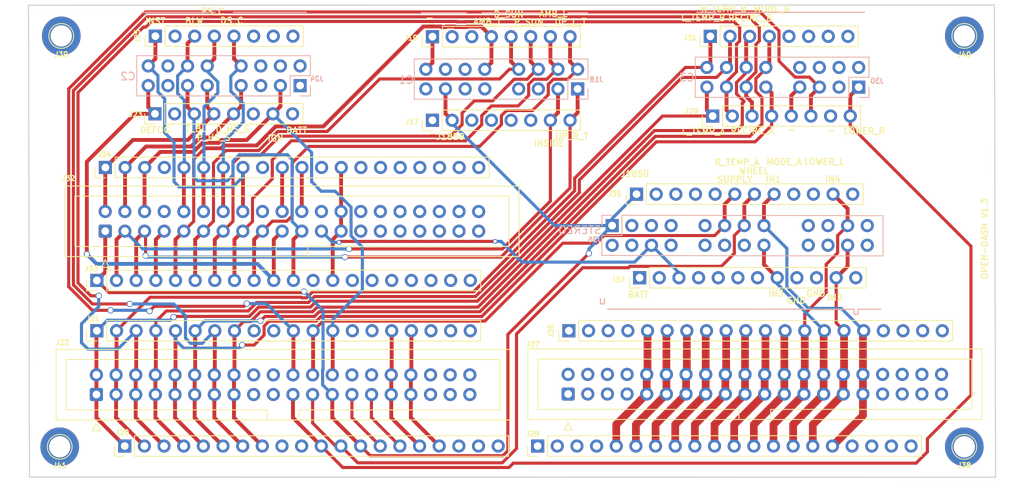
<source format=kicad_pcb>
(kicad_pcb (version 20211014) (generator pcbnew)
  (layers (0 "F.Cu" signal) (1 "In1.Cu" power) (2 "In2.Cu" power) (31 "B.Cu" signal) (34 "B.Paste" user) (35 "F.Paste" user) (36 "B.SilkS" user "B.Silkscreen") (37 "F.SilkS" user "F.Silkscreen") (38 "B.Mask" user) (39 "F.Mask" user) (44 "Edge.Cuts" user))
  (net 0 "")
  (net 1 "GND")
  (net 2 "Net-(J24-Pad6)")
  (net 3 "Net-(J24-Pad2)")
  (net 4 "Net-(J25-Pad8)")
  (net 5 "Net-(J25-Pad7)")
  (net 6 "Net-(J25-Pad6)")
  (net 7 "Net-(J25-Pad2)")
  (net 8 "Net-(J31-Pad7)")
  (net 9 "Net-(J31-Pad6)")
  (net 10 "Net-(J31-Pad5)")
  (net 11 "/Interface/UPPER_RIGHT_AIR_TEMP")
  (net 12 "/Interface/INSIDE_AIR_TEMP")
  (net 13 "Net-(J17-Pad6)")
  (net 14 "Net-(J17-Pad5)")
  (net 15 "Net-(J17-Pad4)")
  (net 16 "Net-(J17-Pad3)")
  (net 17 "/Interface/J1850")
  (net 18 "Net-(J18-Pad10)")
  (net 19 "Net-(J18-Pad11)")
  (net 20 "Net-(J18-Pad3)")
  (net 21 "/Interface/AMBIENT_AIR_TEMP")
  (net 22 "Net-(J18-Pad4)")
  (net 23 "/Interface/DRIVER_SUNLOAD")
  (net 24 "Net-(J18-Pad5)")
  (net 25 "/Interface/PASSENGER_SUNLOAD")
  (net 26 "Net-(J18-Pad6)")
  (net 27 "/Interface/AMBIENT_LIGHT")
  (net 28 "/Interface/UPPER_LEFT_AIR_TEMP")
  (net 29 "Net-(J19-Pad3)")
  (net 30 "Net-(J19-Pad2)")
  (net 31 "/Interface/BATTERY")
  (net 32 "/Interface/INSIDE_AIR_TEMP_BLOWER")
  (net 33 "/Interface/REAR_DEFOG")
  (net 34 "/Interface/SENSE1")
  (net 35 "/Interface/TRIGGER1")
  (net 36 "/Interface/INSTRUMENT_SUPPLY_VOLTAGE_4")
  (net 37 "/Interface/DRIVER_SEAT_TEMP_CONTROL")
  (net 38 "/Interface/PASSENGER_SEAT_TEMP_CONTROL")
  (net 39 "/Interface/BLOWER_MOTOR")
  (net 40 "/Interface/IGNITION")
  (net 41 "/Interface/DRIVER_HEATED_SEAT_STATUS")
  (net 42 "/Interface/PASSENGER_HEATED_SEAT_STATUS")
  (net 43 "Net-(J23-Pad6)")
  (net 44 "Net-(J23-Pad2)")
  (net 45 "Net-(J24-Pad10)")
  (net 46 "Net-(J24-Pad14)")
  (net 47 "Net-(J24-Pad15)")
  (net 48 "Net-(J24-Pad16)")
  (net 49 "/Interface/CAN+")
  (net 50 "/Interface/MAIN_POWER")
  (net 51 "/Interface/DISPLAY_POWER")
  (net 52 "/Interface/WHEEL_CONTROLS_SIGNAL")
  (net 53 "/Interface/LOWER_LEFT_AIR_TEMP")
  (net 54 "/Interface/RECIRCULATION_A")
  (net 55 "/Interface/MODE_A")
  (net 56 "/Interface/RIGHT_AIR_TEMP_CONTROL_A")
  (net 57 "/Interface/LEFT_AIR_TEMP_CONTROL_A")
  (net 58 "/Interface/CAN-")
  (net 59 "/Interface/WHEEL_CONTROLS_SUPPLY")
  (net 60 "/Interface/LOWER_RIGHT_AIR_TEMP")
  (net 61 "/Interface/RECIRCULATION_B")
  (net 62 "/Interface/MODE_B")
  (net 63 "/Interface/RIGHT_AIR_TEMP_CONTROL_B")
  (net 64 "/Interface/LEFT_AIR_TEMP_CONTROL_B")
  (net 65 "Net-(J30-Pad13)")
  (net 66 "Net-(J30-Pad14)")
  (net 67 "Net-(J30-Pad15)")
  (net 68 "Net-(J30-Pad16)")
  (net 69 "Net-(J31-Pad8)")
  (net 70 "/Interface/AUDIO_IN4")
  (net 71 "/Interface/AUDIO_IN2")
  (net 72 "/Interface/AUDIO_IN3")
  (net 73 "/Interface/AUDIO_IN1")
  (net 74 "/Interface/RF+")
  (net 75 "/Interface/RR+")
  (net 76 "/Interface/RF-")
  (net 77 "/Interface/RR-")
  (net 78 "/Interface/LR-")
  (net 79 "/Interface/LF-")
  (net 80 "/Interface/LR+")
  (net 81 "/Interface/LF+")
  (net 82 "Net-(J35-Pad5)")
  (net 83 "Net-(J35-Pad4)")
  (net 84 "Net-(J35-Pad3)")
  (net 85 "Net-(J35-Pad2)")
  (net 86 "Net-(J36-Pad24)")
  (net 87 "Net-(J36-Pad2)")
  (net 88 "Net-(J36-Pad14)")
  (net 89 "Net-(J36-Pad3)")
  (net 90 "Net-(J36-Pad4)")
  (net 91 "Net-(J36-Pad16)")
  (net 92 "Net-(J36-Pad5)")
  (net 93 "Net-(J36-Pad17)")
  (net 94 "Net-(J36-Pad18)")
  (net 95 "Net-(J36-Pad19)")
  (net 96 "Net-(J37-Pad12)")
  (net 97 "Net-(J37-Pad7)")
  (net 98 "Net-(J37-Pad6)")
  (net 99 "Net-(J37-Pad5)")
  (net 100 "Net-(J37-Pad4)")
  (net 101 "Net-(J37-Pad2)")
  (net 102 "/Interface/EXT_AMP_ON")
  (footprint "Connector_IDC:IDC-Header_2x20_P2.54mm_Vertical" (layer "F.Cu") (at 98.14 175.05 90)
    (fp_text reference "J32")
    (fp_text value "Conn_IDE_40")
  )
  (footprint "Connector_IDC:IDC-Header_2x20_P2.54mm_Vertical" (layer "F.Cu") (at 157.96 196.1 90)
    (fp_text reference "J27")
    (fp_text value "Conn_IDE_40")
  )
  (footprint "Connector_PinHeader_2.54mm:PinHeader_1x20_P2.54mm_Vertical" (layer "F.Cu") (at 97.06 187.92 90)
    (fp_text reference "J21")
    (fp_text value "Conn_01x20")
  )
  (footprint "Connector_PinHeader_2.54mm:PinHeader_1x20_P2.54mm_Vertical" (layer "F.Cu") (at 98.16 166.82 90)
    (fp_text reference "J34")
    (fp_text value "Conn_01x20")
  )
  (footprint "Connector_PinHeader_2.54mm:PinHeader_1x20_P2.54mm_Vertical" (layer "F.Cu") (at 97.06 181.42 90)
    (fp_text reference "J33")
    (fp_text value "Conn_01x20")
  )
  (footprint "Connector_PinHeader_2.54mm:PinHeader_1x08_P2.54mm_Vertical" (layer "F.Cu") (at 176.64 160.175 90)
    (fp_text reference "J29")
    (fp_text value "Conn_01x08")
  )
  (footprint "Connector_PinHeader_2.54mm:PinHeader_1x20_P2.54mm_Vertical" (layer "F.Cu") (at 154.02 202.82 90)
    (fp_text reference "J28")
    (fp_text value "Conn_01x20")
  )
  (footprint "Connector_PinHeader_2.54mm:PinHeader_1x08_P2.54mm_Vertical" (layer "F.Cu") (at 104.57 159.89 90)
    (fp_text reference "J23")
    (fp_text value "Conn_01x08")
  )
  (footprint "Connector_PinHeader_2.54mm:PinHeader_1x20_P2.54mm_Vertical" (layer "F.Cu") (at 100.66 202.82 90)
    (fp_text reference "J20")
    (fp_text value "Conn_01x20")
  )
  (footprint "Connector_PinHeader_2.54mm:PinHeader_1x08_P2.54mm_Vertical" (layer "F.Cu") (at 104.62 149.85 90)
    (fp_text reference "J25")
    (fp_text value "Conn_01x08")
  )
  (footprint "Connector_PinHeader_2.54mm:PinHeader_1x08_P2.54mm_Vertical" (layer "F.Cu") (at 140.43 149.92 90)
    (fp_text reference "J19")
    (fp_text value "Conn_01x08")
  )
  (footprint "Connector_PinHeader_2.54mm:PinHeader_1x20_P2.54mm_Vertical" (layer "F.Cu") (at 158.06 187.92 90)
    (fp_text reference "J26")
    (fp_text value "Conn_01x20")
  )
  (footprint "Open_Automation:Mount_Hole" (layer "F.Cu") (at 92.26 202.92)
    (fp_text reference "J41")
    (fp_text value "Conn_01x01_Female")
  )
  (footprint "Open_Automation:Mount_Hole" (layer "F.Cu") (at 209.16 149.82)
    (fp_text reference "J40")
    (fp_text value "Conn_01x01_Female")
  )
  (footprint "Open_Automation:Mount_Hole" (layer "F.Cu") (at 92.46 149.82)
    (fp_text reference "J39")
    (fp_text value "Conn_01x01_Female")
  )
  (footprint "Open_Automation:Mount_Hole" (layer "F.Cu") (at 209.16 202.92)
    (fp_text reference "J38")
    (fp_text value "Conn_01x01_Female")
  )
  (footprint "Connector_PinHeader_2.54mm:PinHeader_1x08_P2.54mm_Vertical" (layer "F.Cu") (at 140.43 160.72 90)
    (fp_text reference "J17")
    (fp_text value "Conn_01x08")
  )
  (footprint "Connector_PinHeader_2.54mm:PinHeader_1x08_P2.54mm_Vertical" (layer "F.Cu") (at 176.34 149.875 90)
    (fp_text reference "J31")
    (fp_text value "Conn_01x08")
  )
  (footprint "Connector_IDC:IDC-Header_2x20_P2.54mm_Vertical" (layer "F.Cu") (at 97 196.16 90)
    (fp_text reference "J22")
    (fp_text value "Conn_IDE_40")
  )
  (footprint "Connector_PinHeader_2.54mm:PinHeader_1x12_P2.54mm_Vertical" (layer "F.Cu") (at 166.8 170.27 90)
    (fp_text reference "J35")
    (fp_text value "Conn_01x12")
  )
  (footprint "Connector_PinHeader_2.54mm:PinHeader_1x12_P2.54mm_Vertical" (layer "F.Cu") (at 167.2 181.07 90)
    (fp_text reference "J37")
    (fp_text value "Conn_01x12")
  )
  (footprint "Open_Automation:Conn_HVAC" (layer "B.Cu") (at 159.19 156.67 90)
    (fp_text reference "J18")
    (fp_text value "C1")
  )
  (footprint "Open_Automation:Conn_HVAC" (layer "B.Cu") (at 123.32 156.24 90)
    (fp_text reference "J24")
    (fp_text value "C2")
  )
  (footprint "Open_Automation:Conn_HVAC" (layer "B.Cu") (at 195.51 156.435 90)
    (fp_text reference "J30")
    (fp_text value "C3")
  )
  (footprint "Open_Automation:Conn_Stereo" (layer "B.Cu") (at 163.65 174.33 -90)
    (fp_text reference "J36")
    (fp_text value "STEREO")
  )
  (gr_line (start 114.7 146.77) (end 124.15 146.77) (layer "B.SilkS") (width 0.15))
  (gr_line (start 112.35 146.77) (end 102.9 146.77) (layer "B.SilkS") (width 0.15))
  (gr_line (start 174.58 146.77) (end 177.08 146.77) (layer "B.SilkS") (width 0.15))
  (gr_line (start 196.26 146.77) (end 179.35 146.77) (layer "B.SilkS") (width 0.15))
  (gr_line (start 154.33 146.83) (end 146.83 146.83) (layer "B.SilkS") (width 0.15))
  (gr_line (start 198.37 185.14) (end 195.42 185.14) (layer "B.SilkS") (width 0.15))
  (gr_line (start 195.42 185.8) (end 195.42 185.14) (layer "B.SilkS") (width 0.15))
  (gr_line (start 195.42 185.8) (end 194.92 185.8) (layer "B.SilkS") (width 0.15))
  (gr_line (start 194.92 185.8) (end 194.92 185.14) (layer "B.SilkS") (width 0.15))
  (gr_line (start 194.92 185.14) (end 163.04 185.13) (layer "B.SilkS") (width 0.15))
  (gr_line (start 162.64 184.44) (end 162.64 183.78) (layer "B.SilkS") (width 0.15))
  (gr_line (start 162.64 184.44) (end 162.14 184.44) (layer "B.SilkS") (width 0.15))
  (gr_line (start 162.14 184.44) (end 162.14 183.78) (layer "B.SilkS") (width 0.15))
  (gr_line (start 144.79 146.83) (end 138.99 146.83) (layer "B.SilkS") (width 0.15))
  (gr_line (start 160.46 146.83) (end 157.96 146.83) (layer "B.SilkS") (width 0.15))
  (gr_line (start 88.225 145.85) (end 88.35 206.825) (layer "Edge.Cuts") (width 0.15))
  (gr_line (start 88.35 206.825) (end 213.2 206.85) (layer "Edge.Cuts") (width 0.15))
  (gr_line (start 213.05 145.825) (end 88.225 145.85) (layer "Edge.Cuts") (width 0.15))
  (gr_line (start 213.2 206.85) (end 213.05 145.825) (layer "Edge.Cuts") (width 0.15))
  (gr_text "L_TEMP_A" (at 175.45 162.185) (layer "F.SilkS") (effects (font (size 0.8 0.8))))
  (gr_text "RECIRC_A" (at 181.77 162.085) (layer "F.SilkS") (effects (font (size 0.8 0.8))))
  (gr_text "MODE_A" (at 185.88 166.1) (layer "F.SilkS") (effects (font (size 0.8 0.8))))
  (gr_text "-" (at 186.83 161.945) (layer "F.SilkS") (effects (font (size 0.8 0.8))))
  (gr_text "LOWER_L" (at 191.05 166.08) (layer "F.SilkS") (effects (font (size 0.8 0.8))))
  (gr_text "-" (at 191.99 162.015) (layer "F.SilkS") (effects (font (size 0.8 0.8))))
  (gr_text "LOWER_R" (at 196.24 162.115) (layer "F.SilkS") (effects (font (size 0.8 0.8))))
  (gr_text "-" (at 140.28 148.19) (layer "F.SilkS") (effects (font (size 0.8 0.8))))
  (gr_text "-" (at 140.46 162.42) (layer "F.SilkS") (effects (font (size 0.8 0.8))))
  (gr_text "BATT" (at 122.89 162.02) (layer "F.SilkS") (effects (font (size 0.8 0.8))))
  (gr_text "IGN" (at 120.15 163.04) (layer "F.SilkS") (effects (font (size 0.8 0.8))))
  (gr_text "D_HS_S" (at 114.6 161.9) (layer "F.SilkS") (effects (font (size 0.8 0.8))))
  (gr_text "P_HS_S" (at 112.16 162.96) (layer "F.SilkS") (effects (font (size 0.8 0.8))))
  (gr_text "T_BL" (at 109.88 161.8) (layer "F.SilkS") (effects (font (size 0.8 0.8))))
  (gr_text "DEFOG" (at 104.57 161.97) (layer "F.SilkS") (effects (font (size 0.8 0.8))))
  (gr_text "INST" (at 104.61 147.91) (layer "F.SilkS") (effects (font (size 0.8 0.8))))
  (gr_text "BLW" (at 109.65 147.89) (layer "F.SilkS") (effects (font (size 0.8 0.8))))
  (gr_text "PS_C" (at 112.02 146.65) (layer "F.SilkS") (effects (font (size 0.8 0.8))))
  (gr_text "DS_C" (at 114.5 147.85) (layer "F.SilkS") (effects (font (size 0.8 0.8))))
  (gr_text "-" (at 140.08 147.46) (layer "F.SilkS") (effects (font (size 0.8 0.8))))
  (gr_text "AMB_T" (at 147.51 147.97) (layer "F.SilkS") (effects (font (size 0.8 0.8))))
  (gr_text "D_SUN" (at 150.29 147.03) (layer "F.SilkS") (effects (font (size 0.8 0.8))))
  (gr_text "P_SUN" (at 152.88 148.03) (layer "F.SilkS") (effects (font (size 0.8 0.8))))
  (gr_text "AMB_L" (at 156.05 146.96) (layer "F.SilkS") (effects (font (size 0.8 0.8))))
  (gr_text "UP_L_T" (at 158.27 147.98) (layer "F.SilkS") (effects (font (size 0.8 0.8))))
  (gr_text "UP_R_T" (at 158.42 162.78) (layer "F.SilkS") (effects (font (size 0.8 0.8))))
  (gr_text "INSIDE" (at 155.49 163.71) (layer "F.SilkS") (effects (font (size 0.8 0.8))))
  (gr_text "J1850" (at 142.75 162.84) (layer "F.SilkS") (effects (font (size 0.8 0.8))))
  (gr_text "L_TEMP_B" (at 175.41 147.485) (layer "F.SilkS") (effects (font (size 0.8 0.8))))
  (gr_text "R_TEMP_B" (at 178.07 146.335) (layer "F.SilkS") (effects (font (size 0.8 0.8))))
  (gr_text "RECIRC_B" (at 181.5 147.545) (layer "F.SilkS") (effects (font (size 0.8 0.8))))
  (gr_text "MODE_B" (at 184.3 146.405) (layer "F.SilkS") (effects (font (size 0.8 0.8))))
  (gr_text "J1850" (at 166.58 167.64) (layer "F.SilkS") (effects (font (size 0.8 0.8))))
  (gr_text "SUPPLY" (at 179.5 168.35) (layer "F.SilkS") (effects (font (size 0.8 0.8))))
  (gr_text "WHEEL" (at 181.98 167.28) (layer "F.SilkS") (effects (font (size 0.8 0.8))))
  (gr_text "IN1" (at 184.48 168.33) (layer "F.SilkS") (effects (font (size 0.8 0.8))))
  (gr_text "IN4" (at 192.18 168.31) (layer "F.SilkS") (effects (font (size 0.8 0.8))))
  (gr_text "IN2" (at 192.47 183.63) (layer "F.SilkS") (effects (font (size 0.8 0.8))))
  (gr_text "GND" (at 189.98 183.1) (layer "F.SilkS") (effects (font (size 0.8 0.8))))
  (gr_text "GND" (at 187.44 184.02) (layer "F.SilkS") (effects (font (size 0.8 0.8))))
  (gr_text "IN3" (at 184.82 183.11) (layer "F.SilkS") (effects (font (size 0.8 0.8))))
  (gr_text "BATT" (at 167.04 183.24) (layer "F.SilkS") (effects (font (size 0.8 0.8))))
  (gr_text "R_TEMP_A" (at 179.8 166.14) (layer "F.SilkS") (effects (font (size 0.8 0.8))))
  (gr_text "OPEN-DASH V1.3" (at 211.8 176.025 90) (layer "F.SilkS") (effects (font (size 0.8 0.8))))
  (segment locked (start 128.62 172.51) (end 128.62 175.05) (width 0.5) (layer "F.Cu") (net 1))
  (segment locked (start 140.43 153.27) (end 139.57 154.13) (width 0.5) (layer "F.Cu") (net 1))
  (segment locked (start 140.43 149.92) (end 140.43 153.27) (width 0.5) (layer "F.Cu") (net 1))
  (segment locked (start 186.8 157.525) (end 187.89 156.435) (width 0.5) (layer "F.Cu") (net 1))
  (segment locked (start 186.8 160.175) (end 186.8 157.525) (width 0.5) (layer "F.Cu") (net 1))
  (segment locked (start 93.65 148.63) (end 92.46 149.82) (width 0.25) (layer "F.Cu") (net 1))
  (segment locked (start 127.54 176.13) (end 128.62 175.05) (width 0.5) (layer "F.Cu") (net 1))
  (segment locked (start 128.62 166.84) (end 128.64 166.82) (width 0.5) (layer "F.Cu") (net 1))
  (segment locked (start 128.62 172.51) (end 128.62 166.84) (width 0.5) (layer "F.Cu") (net 1))
  (segment locked (start 104.68 181.42) (end 104.68 176.13) (width 0.5) (layer "F.Cu") (net 1))
  (segment locked (start 104.68 176.13) (end 105.76 175.05) (width 0.5) (layer "F.Cu") (net 1))
  (segment locked (start 127.54 181.42) (end 127.54 176.13) (width 0.5) (layer "F.Cu") (net 1))
  (segment locked (start 158.21 160.72) (end 158.21 169.47) (width 0.4) (layer "F.Cu") (net 11))
  (segment locked (start 159.19 156.67) (end 159.19 159.74) (width 0.5) (layer "F.Cu") (net 11))
  (segment locked (start 158.21 169.47) (end 149.28 178.4) (width 0.4) (layer "F.Cu") (net 11))
  (segment locked (start 103.35 175.18) (end 103.22 175.05) (width 0.4) (layer "F.Cu") (net 11))
  (segment locked (start 102.14 181.42) (end 102.14 176.13) (width 0.5) (layer "F.Cu") (net 11))
  (segment locked (start 149.28 178.4) (end 129.12 178.4) (width 0.4) (layer "F.Cu") (net 11))
  (segment locked (start 159.19 159.74) (end 158.21 160.72) (width 0.5) (layer "F.Cu") (net 11))
  (segment locked (start 102.14 176.13) (end 103.22 175.05) (width 0.5) (layer "F.Cu") (net 11))
  (segment locked (start 103.35 178.21) (end 103.35 175.18) (width 0.4) (layer "F.Cu") (net 11))
  (via locked (at 103.35 178.21) (size 0.8) (drill 0.6) (layers "F.Cu" "B.Cu") (net 11))
  (via locked (at 129.12 178.4) (size 0.8) (drill 0.6) (layers "F.Cu" "B.Cu") (net 11))
  (segment locked (start 103.54 178.4) (end 103.35 178.21) (width 0.4) (layer "B.Cu") (net 11))
  (segment locked (start 129.12 178.4) (end 103.54 178.4) (width 0.4) (layer "B.Cu") (net 11))
  (segment locked (start 155.67 171.161458) (end 149.481448 177.35001) (width 0.4) (layer "F.Cu") (net 12))
  (segment locked (start 149.481448 177.35001) (end 129.64 177.35001) (width 0.4) (layer "F.Cu") (net 12))
  (segment locked (start 156.65 156.67) (end 156.65 159.74) (width 0.5) (layer "F.Cu") (net 12))
  (segment locked (start 156.65 159.74) (end 155.67 160.72) (width 0.5) (layer "F.Cu") (net 12))
  (segment locked (start 155.67 160.72) (end 155.67 171.161458) (width 0.4) (layer "F.Cu") (net 12))
  (segment locked (start 99.6 176.13) (end 100.68 175.05) (width 0.5) (layer "F.Cu") (net 12))
  (segment locked (start 99.6 181.42) (end 99.6 176.13) (width 0.5) (layer "F.Cu") (net 12))
  (via locked (at 129.64 177.35001) (size 0.8) (drill 0.6) (layers "F.Cu" "B.Cu") (net 12))
  (segment locked (start 102.98001 177.35001) (end 129.64 177.35001) (width 0.4) (layer "B.Cu") (net 12))
  (segment locked (start 100.68 175.05) (end 102.98001 177.35001) (width 0.4) (layer "B.Cu") (net 12))
  (segment locked (start 150.170001 188.399999) (end 150.170001 203.420001) (width 0.4) (layer "F.Cu") (net 17))
  (segment locked (start 150.170001 203.420001) (end 149.520001 204.070001) (width 0.4) (layer "F.Cu") (net 17))
  (segment locked (start 127.48 196.16) (end 127.48 199.16) (width 0.5) (layer "F.Cu") (net 17))
  (segment locked (start 98.14 180.34) (end 97.06 181.42) (width 0.5) (layer "F.Cu") (net 17))
  (segment locked (start 97.07 181.42) (end 98.64 182.99) (width 0.4) (layer "F.Cu") (net 17))
  (segment locked (start 132.390001 204.070001) (end 131.14 202.82) (width 0.4) (layer "F.Cu") (net 17))
  (segment locked (start 127.48 199.16) (end 131.14 202.82) (width 0.5) (layer "F.Cu") (net 17))
  (segment locked (start 142.11 156.67) (end 142.11 159.86) (width 0.5) (layer "F.Cu") (net 17))
  (segment locked (start 142.11 159.86) (end 142.97 160.72) (width 0.5) (layer "F.Cu") (net 17))
  (segment locked (start 123.707363 182.99) (end 123.841888 182.855475) (width 0.4) (layer "F.Cu") (net 17))
  (segment locked (start 98.64 182.99) (end 123.707363 182.99) (width 0.4) (layer "F.Cu") (net 17))
  (segment locked (start 98.14 175.05) (end 98.14 180.34) (width 0.5) (layer "F.Cu") (net 17))
  (segment locked (start 160.64 177.93) (end 150.170001 188.399999) (width 0.4) (layer "F.Cu") (net 17))
  (segment locked (start 97.06 181.42) (end 97.07 181.42) (width 0.4) (layer "F.Cu") (net 17))
  (segment locked (start 149.520001 204.070001) (end 132.390001 204.070001) (width 0.4) (layer "F.Cu") (net 17))
  (via locked (at 123.841888 182.855475) (size 0.8) (drill 0.6) (layers "F.Cu" "B.Cu") (net 17))
  (via locked (at 160.64 177.93) (size 0.8) (drill 0.6) (layers "F.Cu" "B.Cu") (net 17))
  (segment locked (start 160.64 177.93) (end 160.64 177.335) (width 0.4) (layer "B.Cu") (net 17))
  (segment locked (start 126.229999 193.019999) (end 126.229999 194.909999) (width 0.4) (layer "B.Cu") (net 17))
  (segment locked (start 160.64 177.335) (end 163.645 174.33) (width 0.4) (layer "B.Cu") (net 17))
  (segment locked (start 151.96 170.11) (end 142.97 161.12) (width 0.4) (layer "B.Cu") (net 17))
  (segment locked (start 163.65 174.33) (end 163.65 173.42) (width 0.4) (layer "B.Cu") (net 17))
  (segment locked (start 163.65 173.42) (end 166.8 170.27) (width 0.4) (layer "B.Cu") (net 17))
  (segment locked (start 126.289999 185.303586) (end 126.289999 192.959999) (width 0.4) (layer "B.Cu") (net 17))
  (segment locked (start 123.841888 182.855475) (end 126.289999 185.303586) (width 0.4) (layer "B.Cu") (net 17))
  (segment locked (start 163.645 174.33) (end 163.65 174.33) (width 0.4) (layer "B.Cu") (net 17))
  (segment locked (start 151.985 170.11) (end 156.205 174.33) (width 0.4) (layer "B.Cu") (net 17))
  (segment locked (start 151.96 170.11) (end 151.985 170.11) (width 0.4) (layer "B.Cu") (net 17))
  (segment locked (start 126.289999 192.959999) (end 126.229999 193.019999) (width 0.4) (layer "B.Cu") (net 17))
  (segment locked (start 156.205 174.33) (end 163.65 174.33) (width 0.4) (layer "B.Cu") (net 17))
  (segment locked (start 126.229999 194.909999) (end 127.48 196.16) (width 0.4) (layer "B.Cu") (net 17))
  (segment locked (start 142.97 161.12) (end 142.97 160.72) (width 0.4) (layer "B.Cu") (net 17))
  (segment locked (start 113.460768 163.979978) (end 113.100746 164.34) (width 0.5) (layer "F.Cu") (net 21))
  (segment locked (start 144.885999 148.619999) (end 144.825987 148.680011) (width 0.5) (layer "F.Cu") (net 21))
  (segment locked (start 148.05 149.92) (end 148.05 153.27) (width 0.5) (layer "F.Cu") (net 21))
  (segment locked (start 126.32002 161.519978) (end 120.162222 161.519979) (width 0.5) (layer "F.Cu") (net 21))
  (segment locked (start 143.29076 148.600014) (end 142.20924 148.600014) (width 0.5) (layer "F.Cu") (net 21))
  (segment locked (start 108.3 175.05) (end 109.570001 173.779999) (width 0.4) (layer "F.Cu") (net 21))
  (segment locked (start 107.22 181.42) (end 107.22 176.13) (width 0.5) (layer "F.Cu") (net 21))
  (segment locked (start 148.05 153.27) (end 147.19 154.13) (width 0.5) (layer "F.Cu") (net 21))
  (segment locked (start 144.825987 148.680011) (end 143.370757 148.680011) (width 0.5) (layer "F.Cu") (net 21))
  (segment locked (start 142.20924 148.600014) (end 142.129244 148.68001) (width 0.5) (layer "F.Cu") (net 21))
  (segment locked (start 109.570001 165.759999) (end 110.99 164.34) (width 0.4) (layer "F.Cu") (net 21))
  (segment locked (start 148.05 149.92) (end 146.749999 148.619999) (width 0.5) (layer "F.Cu") (net 21))
  (segment locked (start 146.749999 148.619999) (end 144.885999 148.619999) (width 0.5) (layer "F.Cu") (net 21))
  (segment locked (start 117.702223 163.979978) (end 113.460768 163.979978) (width 0.5) (layer "F.Cu") (net 21))
  (segment locked (start 120.162222 161.519979) (end 117.702223 163.979978) (width 0.5) (layer "F.Cu") (net 21))
  (segment locked (start 113.100746 164.34) (end 110.99 164.34) (width 0.5) (layer "F.Cu") (net 21))
  (segment locked (start 139.239987 148.600011) (end 126.32002 161.519978) (width 0.5) (layer "F.Cu") (net 21))
  (segment locked (start 143.370757 148.680011) (end 143.29076 148.600014) (width 0.5) (layer "F.Cu") (net 21))
  (segment locked (start 107.22 176.13) (end 108.3 175.05) (width 0.5) (layer "F.Cu") (net 21))
  (segment locked (start 141.590756 148.68001) (end 141.510757 148.600011) (width 0.5) (layer "F.Cu") (net 21))
  (segment locked (start 142.129244 148.68001) (end 141.590756 148.68001) (width 0.5) (layer "F.Cu") (net 21))
  (segment locked (start 141.510757 148.600011) (end 139.239987 148.600011) (width 0.5) (layer "F.Cu") (net 21))
  (segment locked (start 109.570001 173.779999) (end 109.570001 165.759999) (width 0.4) (layer "F.Cu") (net 21))
  (segment locked (start 150.59 153.15) (end 151.57 154.13) (width 0.5) (layer "F.Cu") (net 23))
  (segment locked (start 150.367919 154.13) (end 149.117918 155.380001) (width 0.4) (layer "F.Cu") (net 23))
  (segment locked (start 133.619999 155.380001) (end 126.830011 162.169989) (width 0.4) (layer "F.Cu") (net 23))
  (segment locked (start 112.129999 166.239999) (end 112.129999 173.760001) (width 0.4) (layer "F.Cu") (net 23))
  (segment locked (start 112.129999 173.760001) (end 110.84 175.05) (width 0.4) (layer "F.Cu") (net 23))
  (segment locked (start 126.830011 162.169989) (end 120.431466 162.169989) (width 0.4) (layer "F.Cu") (net 23))
  (segment locked (start 113.740009 164.629989) (end 112.129999 166.239999) (width 0.4) (layer "F.Cu") (net 23))
  (segment locked (start 117.971466 164.629989) (end 113.740009 164.629989) (width 0.4) (layer "F.Cu") (net 23))
  (segment locked (start 150.59 149.92) (end 150.59 153.15) (width 0.5) (layer "F.Cu") (net 23))
  (segment locked (start 149.117918 155.380001) (end 133.619999 155.380001) (width 0.4) (layer "F.Cu") (net 23))
  (segment locked (start 151.57 154.13) (end 150.367919 154.13) (width 0.4) (layer "F.Cu") (net 23))
  (segment locked (start 109.76 176.13) (end 110.84 175.05) (width 0.5) (layer "F.Cu") (net 23))
  (segment locked (start 120.431466 162.169989) (end 117.971466 164.629989) (width 0.4) (layer "F.Cu") (net 23))
  (segment locked (start 109.76 181.42) (end 109.76 176.13) (width 0.5) (layer "F.Cu") (net 23))
  (segment locked (start 153.951456 154.13) (end 154.11 154.13) (width 0.4) (layer "F.Cu") (net 25))
  (segment locked (start 118.219998 165.23) (end 120.679998 162.77) (width 0.4) (layer "F.Cu") (net 25))
  (segment locked (start 114.650001 166.259997) (end 115.679998 165.23) (width 0.4) (layer "F.Cu") (net 25))
  (segment locked (start 113.38 175.05) (end 114.650001 173.779999) (width 0.4) (layer "F.Cu") (net 25))
  (segment locked (start 112.3 181.42) (end 112.3 176.13) (width 0.5) (layer "F.Cu") (net 25))
  (segment locked (start 115.679998 165.23) (end 118.219998 165.23) (width 0.4) (layer "F.Cu") (net 25))
  (segment locked (start 150.990001 155.419999) (end 152.661457 155.419999) (width 0.4) (layer "F.Cu") (net 25))
  (segment locked (start 142.770002 162.77) (end 144.259999 161.280003) (width 0.4) (layer "F.Cu") (net 25))
  (segment locked (start 114.650001 173.779999) (end 114.650001 166.259997) (width 0.4) (layer "F.Cu") (net 25))
  (segment locked (start 120.679998 162.77) (end 142.770002 162.77) (width 0.4) (layer "F.Cu") (net 25))
  (segment locked (start 153.13 149.92) (end 153.13 153.15) (width 0.5) (layer "F.Cu") (net 25))
  (segment locked (start 153.13 153.15) (end 154.11 154.13) (width 0.5) (layer "F.Cu") (net 25))
  (segment locked (start 145.84 158.21) (end 148.2 158.21) (width 0.4) (layer "F.Cu") (net 25))
  (segment locked (start 144.259999 161.280003) (end 144.259999 159.790001) (width 0.4) (layer "F.Cu") (net 25))
  (segment locked (start 112.3 176.13) (end 113.38 175.05) (width 0.5) (layer "F.Cu") (net 25))
  (segment locked (start 144.259999 159.790001) (end 145.84 158.21) (width 0.4) (layer "F.Cu") (net 25))
  (segment locked (start 152.661457 155.419999) (end 153.951456 154.13) (width 0.4) (layer "F.Cu") (net 25))
  (segment locked (start 148.2 158.21) (end 150.990001 155.419999) (width 0.4) (layer "F.Cu") (net 25))
  (segment locked (start 119.730001 165.829999) (end 122.19 163.37) (width 0.4) (layer "F.Cu") (net 27))
  (segment locked (start 151.500012 158.869988) (end 152.859999 157.510001) (width 0.4) (layer "F.Cu") (net 27))
  (segment locked (start 146.799999 160.119999) (end 148.05001 158.869988) (width 0.4) (layer "F.Cu") (net 27))
  (segment locked (start 144.710002 163.37) (end 146.799999 161.280003) (width 0.4) (layer "F.Cu") (net 27))
  (segment locked (start 148.05001 158.869988) (end 151.500012 158.869988) (width 0.4) (layer "F.Cu") (net 27))
  (segment locked (start 155.201457 155.419999) (end 156.491456 154.13) (width 0.4) (layer "F.Cu") (net 27))
  (segment locked (start 146.799999 161.280003) (end 146.799999 160.119999) (width 0.4) (layer "F.Cu") (net 27))
  (segment locked (start 114.84 181.42) (end 114.84 176.13) (width 0.5) (layer "F.Cu") (net 27))
  (segment locked (start 122.19 163.37) (end 144.710002 163.37) (width 0.4) (layer "F.Cu") (net 27))
  (segment locked (start 115.92 175.05) (end 117.170001 173.799999) (width 0.4) (layer "F.Cu") (net 27))
  (segment locked (start 117.170001 170.849999) (end 119.730001 168.289999) (width 0.4) (layer "F.Cu") (net 27))
  (segment locked (start 153.509999 155.419999) (end 155.201457 155.419999) (width 0.4) (layer "F.Cu") (net 27))
  (segment locked (start 117.170001 173.799999) (end 117.170001 170.849999) (width 0.4) (layer "F.Cu") (net 27))
  (segment locked (start 114.84 176.13) (end 115.92 175.05) (width 0.5) (layer "F.Cu") (net 27))
  (segment locked (start 152.859999 157.510001) (end 152.859999 156.069999) (width 0.4) (layer "F.Cu") (net 27))
  (segment locked (start 155.67 149.92) (end 155.67 153.15) (width 0.5) (layer "F.Cu") (net 27))
  (segment locked (start 119.730001 168.289999) (end 119.730001 165.829999) (width 0.4) (layer "F.Cu") (net 27))
  (segment locked (start 152.859999 156.069999) (end 153.509999 155.419999) (width 0.4) (layer "F.Cu") (net 27))
  (segment locked (start 155.67 153.15) (end 156.65 154.13) (width 0.5) (layer "F.Cu") (net 27))
  (segment locked (start 156.491456 154.13) (end 156.65 154.13) (width 0.4) (layer "F.Cu") (net 27))
  (segment locked (start 149.339999 160.119999) (end 149.339999 161.280003) (width 0.4) (layer "F.Cu") (net 28))
  (segment locked (start 149.989999 159.469999) (end 149.339999 160.119999) (width 0.4) (layer "F.Cu") (net 28))
  (segment locked (start 124.429998 164.1) (end 122.289999 166.239999) (width 0.4) (layer "F.Cu") (net 28))
  (segment locked (start 119.749999 173.760001) (end 118.46 175.05) (width 0.4) (layer "F.Cu") (net 28))
  (segment locked (start 156.049999 155.419999) (end 155.399999 156.069999) (width 0.4) (layer "F.Cu") (net 28))
  (segment locked (start 122.289999 173.070003) (end 121.600001 173.760001) (width 0.4) (layer "F.Cu") (net 28))
  (segment locked (start 158.21 153.15) (end 159.19 154.13) (width 0.5) (layer "F.Cu") (net 28))
  (segment locked (start 122.289999 166.239999) (end 122.289999 173.070003) (width 0.4) (layer "F.Cu") (net 28))
  (segment locked (start 146.520002 164.1) (end 124.429998 164.1) (width 0.4) (layer "F.Cu") (net 28))
  (segment locked (start 159.19 154.13) (end 157.900001 155.419999) (width 0.4) (layer "F.Cu") (net 28))
  (segment locked (start 117.38 176.13) (end 118.46 175.05) (width 0.5) (layer "F.Cu") (net 28))
  (segment locked (start 158.21 149.92) (end 158.21 153.15) (width 0.5) (layer "F.Cu") (net 28))
  (segment locked (start 121.600001 173.760001) (end 119.749999 173.760001) (width 0.4) (layer "F.Cu") (net 28))
  (segment locked (start 117.38 181.42) (end 117.38 176.13) (width 0.5) (layer "F.Cu") (net 28))
  (segment locked (start 155.399999 157.420001) (end 153.350001 159.469999) (width 0.4) (layer "F.Cu") (net 28))
  (segment locked (start 155.399999 156.069999) (end 155.399999 157.420001) (width 0.4) (layer "F.Cu") (net 28))
  (segment locked (start 157.900001 155.419999) (end 156.049999 155.419999) (width 0.4) (layer "F.Cu") (net 28))
  (segment locked (start 153.350001 159.469999) (end 149.989999 159.469999) (width 0.4) (layer "F.Cu") (net 28))
  (segment locked (start 149.339999 161.280003) (end 146.520002 164.1) (width 0.4) (layer "F.Cu") (net 28))
  (segment locked (start 122.46 181.42) (end 122.46 176.13) (width 0.5) (layer "F.Cu") (net 32))
  (segment locked (start 108.78 156.24) (end 108.78 159.02) (width 0.5) (layer "F.Cu") (net 32))
  (segment locked (start 108.78 159.02) (end 109.65 159.89) (width 0.5) (layer "F.Cu") (net 32))
  (segment locked (start 122.46 176.13) (end 123.54 175.05) (width 0.5) (layer "F.Cu") (net 32))
  (segment locked (start 114.650001 165.990001) (end 115.470002 165.17) (width 0.4) (layer "B.Cu") (net 32))
  (segment locked (start 122.309999 165.799999) (end 122.309999 167.459999) (width 0.4) (layer "B.Cu") (net 32))
  (segment locked (start 115.470002 165.17) (end 121.68 165.17) (width 0.4) (layer "B.Cu") (net 32))
  (segment locked (start 121.68 165.17) (end 122.309999 165.799999) (width 0.4) (layer "B.Cu") (net 32))
  (segment locked (start 114.650001 167.809999) (end 114.650001 165.990001) (width 0.4) (layer "B.Cu") (net 32))
  (segment locked (start 109.65 159.89) (end 109.609999 159.930001) (width 0.4) (layer "B.Cu") (net 32))
  (segment locked (start 122.289999 173.799999) (end 123.54 175.05) (width 0.4) (layer "B.Cu") (net 32))
  (segment locked (start 122.289999 167.479999) (end 122.289999 173.799999) (width 0.4) (layer "B.Cu") (net 32))
  (segment locked (start 109.609999 159.930001) (end 109.609999 168.079999) (width 0.4) (layer "B.Cu") (net 32))
  (segment locked (start 110.06 168.53) (end 113.93 168.53) (width 0.4) (layer "B.Cu") (net 32))
  (segment locked (start 122.309999 167.459999) (end 122.289999 167.479999) (width 0.4) (layer "B.Cu") (net 32))
  (segment locked (start 113.93 168.53) (end 114.650001 167.809999) (width 0.4) (layer "B.Cu") (net 32))
  (segment locked (start 109.609999 168.079999) (end 110.06 168.53) (width 0.4) (layer "B.Cu") (net 32))
  (segment locked (start 101.95 159.89) (end 95.76 166.08) (width 0.5) (layer "F.Cu") (net 33))
  (segment locked (start 103.7 159.02) (end 104.57 159.89) (width 0.5) (layer "F.Cu") (net 33))
  (segment locked (start 119.92 181.42) (end 119.92 176.13) (width 0.5) (layer "F.Cu") (net 33))
  (segment locked (start 103.7 156.24) (end 103.7 159.02) (width 0.5) (layer "F.Cu") (net 33))
  (segment locked (start 104.57 159.89) (end 101.95 159.89) (width 0.5) (layer "F.Cu") (net 33))
  (segment locked (start 95.76 166.08) (end 95.76 178.02) (width 0.5) (layer "F.Cu") (net 33))
  (segment locked (start 119.92 176.13) (end 121 175.05) (width 0.5) (layer "F.Cu") (net 33))
  (via locked (at 95.76 178.02) (size 0.8) (drill 0.6) (layers "F.Cu" "B.Cu") (net 33))
  (segment locked (start 117.81 179.28) (end 119.92 181.39) (width 0.5) (layer "B.Cu") (net 33))
  (segment locked (start 119.92 181.39) (end 119.92 181.42) (width 0.5) (layer "B.Cu") (net 33))
  (segment locked (start 97.02 179.28) (end 117.81 179.28) (width 0.5) (layer "B.Cu") (net 33))
  (segment locked (start 95.76 178.02) (end 97.02 179.28) (width 0.5) (layer "B.Cu") (net 33))
  (segment locked (start 123.54 166.84) (end 123.56 166.82) (width 0.5) (layer "F.Cu") (net 34))
  (segment locked (start 123.54 172.51) (end 123.54 166.84) (width 0.5) (layer "F.Cu") (net 34))
  (segment locked (start 121 172.51) (end 121 166.84) (width 0.5) (layer "F.Cu") (net 35))
  (segment locked (start 121 166.84) (end 121.02 166.82) (width 0.5) (layer "F.Cu") (net 35))
  (segment locked (start 104.62 152.78) (end 103.7 153.7) (width 0.5) (layer "F.Cu") (net 36))
  (segment locked (start 115.94 166.82) (end 115.94 172.49) (width 0.5) (layer "F.Cu") (net 36))
  (segment locked (start 115.94 172.49) (end 115.92 172.51) (width 0.5) (layer "F.Cu") (net 36))
  (segment locked (start 104.62 149.85) (end 104.62 152.78) (width 0.5) (layer "F.Cu") (net 36))
  (segment locked (start 105.820001 157.930001) (end 105.820001 162.320001) (width 0.4) (layer "B.Cu") (net 36))
  (segment locked (start 104.950001 157.060001) (end 105.820001 157.930001) (width 0.4) (layer "B.Cu") (net 36))
  (segment locked (start 104.950001 154.950001) (end 104.950001 157.060001) (width 0.4) (layer "B.Cu") (net 36))
  (segment locked (start 114.632079 169.330002) (end 115.94 168.022081) (width 0.4) (layer "B.Cu") (net 36))
  (segment locked (start 107.03 163.53) (end 107.03 168.67) (width 0.4) (layer "B.Cu") (net 36))
  (segment locked (start 103.7 153.7) (end 104.950001 154.950001) (width 0.4) (layer "B.Cu") (net 36))
  (segment locked (start 107.03 168.67) (end 107.690002 169.330002) (width 0.4) (layer "B.Cu") (net 36))
  (segment locked (start 115.94 168.022081) (end 115.94 166.82) (width 0.4) (layer "B.Cu") (net 36))
  (segment locked (start 107.690002 169.330002) (end 114.632079 169.330002) (width 0.4) (layer "B.Cu") (net 36))
  (segment locked (start 105.820001 162.320001) (end 107.03 163.53) (width 0.4) (layer "B.Cu") (net 36))
  (segment locked (start 114.78 152.78) (end 115.7 153.7) (width 0.5) (layer "F.Cu") (net 37))
  (segment locked (start 114.78 149.85) (end 114.78 152.78) (width 0.5) (layer "F.Cu") (net 37))
  (segment locked (start 113.38 166.84) (end 113.4 166.82) (width 0.5) (layer "F.Cu") (net 37))
  (segment locked (start 113.38 172.51) (end 113.38 166.84) (width 0.5) (layer "F.Cu") (net 37))
  (segment locked (start 114.37 155.03) (end 115.7 153.7) (width 0.4) (layer "B.Cu") (net 37))
  (segment locked (start 114.37 156.97) (end 114.37 155.03) (width 0.4) (layer "B.Cu") (net 37))
  (segment locked (start 113.4 166.82) (end 113.4 163.53) (width 0.4) (layer "B.Cu") (net 37))
  (segment locked (start 113.4 163.53) (end 115.98 160.95) (width 0.4) (layer "B.Cu") (net 37))
  (segment locked (start 115.98 160.95) (end 115.98 158.58) (width 0.4) (layer "B.Cu") (net 37))
  (segment locked (start 115.98 158.58) (end 114.37 156.97) (width 0.4) (layer "B.Cu") (net 37))
  (segment locked (start 110.84 166.84) (end 110.86 166.82) (width 0.5) (layer "F.Cu") (net 38))
  (segment locked (start 112.24 152.78) (end 111.32 153.7) (width 0.5) (layer "F.Cu") (net 38))
  (segment locked (start 110.84 172.51) (end 110.84 166.84) (width 0.5) (layer "F.Cu") (net 38))
  (segment locked (start 112.24 149.85) (end 112.24 152.78) (width 0.5) (layer "F.Cu") (net 38))
  (segment locked (start 111.32 154.389998) (end 111.32 153.7) (width 0.4) (layer "B.Cu") (net 38))
  (segment locked (start 112.69 157.2) (end 112.69 155.759998) (width 0.4) (layer "B.Cu") (net 38))
  (segment locked (start 112.69 155.759998) (end 111.32 154.389998) (width 0.4) (layer "B.Cu") (net 38))
  (segment locked (start 110.86 166.82) (end 110.900001 166.779999) (width 0.4) (layer "B.Cu") (net 38))
  (segment locked (start 110.900001 158.989999) (end 112.69 157.2) (width 0.4) (layer "B.Cu") (net 38))
  (segment locked (start 110.900001 166.779999) (end 110.900001 158.989999) (width 0.4) (layer "B.Cu") (net 38))
  (segment locked (start 108.3 172.51) (end 108.3 166.84) (width 0.5) (layer "F.Cu") (net 39))
  (segment locked (start 108.3 166.84) (end 108.32 166.82) (width 0.5) (layer "F.Cu") (net 39))
  (segment locked (start 108.78 150.77) (end 109.7 149.85) (width 0.5) (layer "F.Cu") (net 39))
  (segment locked (start 108.78 153.7) (end 108.78 150.77) (width 0.5) (layer "F.Cu") (net 39))
  (segment locked (start 108.360001 158.120001) (end 107.490001 157.250001) (width 0.4) (layer "B.Cu") (net 39))
  (segment locked (start 107.490001 154.989999) (end 108.78 153.7) (width 0.4) (layer "B.Cu") (net 39))
  (segment locked (start 108.360001 166.779999) (end 108.360001 158.120001) (width 0.4) (layer "B.Cu") (net 39))
  (segment locked (start 107.490001 157.250001) (end 107.490001 154.989999) (width 0.4) (layer "B.Cu") (net 39))
  (segment locked (start 108.32 166.82) (end 108.360001 166.779999) (width 0.4) (layer "B.Cu") (net 39))
  (segment locked (start 127.54 187.92) (end 127.54 193.56) (width 0.5) (layer "F.Cu") (net 40))
  (segment locked (start 120.78 158.92) (end 119.81 159.89) (width 0.5) (layer "F.Cu") (net 40))
  (segment locked (start 120.78 156.24) (end 120.78 158.92) (width 0.5) (layer "F.Cu") (net 40))
  (segment locked (start 103.24 166.82) (end 105.25 164.81) (width 0.5) (layer "F.Cu") (net 40))
  (segment locked (start 103.22 172.51) (end 103.22 166.84) (width 0.5) (layer "F.Cu") (net 40))
  (segment locked (start 127.54 193.56) (end 127.48 193.62) (width 0.5) (layer "F.Cu") (net 40))
  (segment locked (start 109.530036 164.81) (end 110.700046 163.639989) (width 0.5) (layer "F.Cu") (net 40))
  (segment locked (start 116.420031 163.279969) (end 119.81 159.89) (width 0.5) (layer "F.Cu") (net 40))
  (segment locked (start 112.810792 163.639989) (end 113.170812 163.279969) (width 0.5) (layer "F.Cu") (net 40))
  (segment locked (start 110.700046 163.639989) (end 112.810792 163.639989) (width 0.5) (layer "F.Cu") (net 40))
  (segment locked (start 113.170812 163.279969) (end 116.420031 163.279969) (width 0.5) (layer "F.Cu") (net 40))
  (segment locked (start 103.22 166.84) (end 103.24 166.82) (width 0.5) (layer "F.Cu") (net 40))
  (segment locked (start 105.25 164.81) (end 109.530036 164.81) (width 0.5) (layer "F.Cu") (net 40))
  (segment locked (start 124.810001 168.650001) (end 124.810001 164.890001) (width 0.4) (layer "B.Cu") (net 40))
  (segment locked (start 131.369999 177.110001) (end 129.909999 175.650001) (width 0.4) (layer "B.Cu") (net 40))
  (segment locked (start 127.54 186.47) (end 131.369999 182.640001) (width 0.4) (layer "B.Cu") (net 40))
  (segment locked (start 127.54 187.92) (end 127.54 186.47) (width 0.4) (layer "B.Cu") (net 40))
  (segment locked (start 124.810001 164.890001) (end 119.81 159.89) (width 0.4) (layer "B.Cu") (net 40))
  (segment locked (start 131.369999 182.640001) (end 131.369999 177.110001) (width 0.4) (layer "B.Cu") (net 40))
  (segment locked (start 127.850002 169.89) (end 126.05 169.89) (width 0.4) (layer "B.Cu") (net 40))
  (segment locked (start 129.909999 175.650001) (end 129.909999 171.949997) (width 0.4) (layer "B.Cu") (net 40))
  (segment locked (start 129.909999 171.949997) (end 127.850002 169.89) (width 0.4) (layer "B.Cu") (net 40))
  (segment locked (start 126.05 169.89) (end 124.810001 168.650001) (width 0.4) (layer "B.Cu") (net 40))
  (segment locked (start 115.7 156.24) (end 115.7 158.92) (width 0.5) (layer "F.Cu") (net 41))
  (segment locked (start 100.7 166.82) (end 103.41001 164.10999) (width 0.5) (layer "F.Cu") (net 41))
  (segment locked (start 109.240081 164.10999) (end 110.410092 162.939978) (width 0.5) (layer "F.Cu") (net 41))
  (segment locked (start 110.410092 162.939978) (end 111.680022 162.939978) (width 0.5) (layer "F.Cu") (net 41))
  (segment locked (start 115.7 158.92) (end 114.73 159.89) (width 0.5) (layer "F.Cu") (net 41))
  (segment locked (start 103.41001 164.10999) (end 109.240081 164.10999) (width 0.5) (layer "F.Cu") (net 41))
  (segment locked (start 100.7 166.82) (end 100.7 172.49) (width 0.5) (layer "F.Cu") (net 41))
  (segment locked (start 100.7 172.49) (end 100.68 172.51) (width 0.5) (layer "F.Cu") (net 41))
  (segment locked (start 111.680022 162.939978) (end 114.73 159.89) (width 0.5) (layer "F.Cu") (net 41))
  (segment locked (start 111.32 159.02) (end 112.19 159.89) (width 0.5) (layer "F.Cu") (net 42))
  (segment locked (start 101.72 163.26) (end 108.82 163.26) (width 0.5) (layer "F.Cu") (net 42))
  (segment locked (start 98.14 166.84) (end 98.16 166.82) (width 0.5) (layer "F.Cu") (net 42))
  (segment locked (start 111.32 156.24) (end 111.32 159.02) (width 0.5) (layer "F.Cu") (net 42))
  (segment locked (start 98.16 166.82) (end 101.72 163.26) (width 0.5) (layer "F.Cu") (net 42))
  (segment locked (start 98.14 172.51) (end 98.14 166.84) (width 0.5) (layer "F.Cu") (net 42))
  (segment locked (start 108.82 163.26) (end 112.19 159.89) (width 0.5) (layer "F.Cu") (net 42))
  (segment locked (start 130.02 196.16) (end 130.02 199.16) (width 0.4) (layer "F.Cu") (net 49))
  (segment locked (start 130.02 199.16) (end 133.68 202.82) (width 0.4) (layer "F.Cu") (net 49))
  (segment locked (start 137.7 187.92) (end 137.7 193.56) (width 0.5) (layer "F.Cu") (net 50))
  (segment locked (start 137.64 199.16) (end 141.3 202.82) (width 0.5) (layer "F.Cu") (net 50))
  (segment locked (start 137.64 196.16) (end 137.64 199.16) (width 0.5) (layer "F.Cu") (net 50))
  (segment locked (start 137.64 193.62) (end 137.64 196.16) (width 0.5) (layer "F.Cu") (net 50))
  (segment locked (start 137.7 193.56) (end 137.64 193.62) (width 0.5) (layer "F.Cu") (net 50))
  (segment locked (start 135.16 187.92) (end 135.16 193.56) (width 0.5) (layer "F.Cu") (net 51))
  (segment locked (start 135.16 193.56) (end 135.1 193.62) (width 0.5) (layer "F.Cu") (net 51))
  (segment locked (start 135.1 199.16) (end 138.76 202.82) (width 0.5) (layer "F.Cu") (net 51))
  (segment locked (start 135.1 196.16) (end 135.1 199.16) (width 0.5) (layer "F.Cu") (net 51))
  (segment locked (start 135.1 193.62) (end 135.1 196.16) (width 0.5) (layer "F.Cu") (net 51))
  (segment locked (start 180.73 174.33) (end 180.73 171.58) (width 0.5) (layer "F.Cu") (net 52))
  (segment locked (start 180.73 171.58) (end 182.04 170.27) (width 0.5) (layer "F.Cu") (net 52))
  (segment locked (start 124.94 199.849998) (end 127.910002 202.82) (width 0.4) (layer "F.Cu") (net 52))
  (segment locked (start 177.759991 179.600009) (end 179.440001 177.919999) (width 0.4) (layer "F.Cu") (net 52))
  (segment locked (start 165.761001 179.775001) (end 165.935993 179.600009) (width 0.4) (layer "F.Cu") (net 52))
  (segment locked (start 151.290011 188.334989) (end 159.849999 179.775001) (width 0.4) (layer "F.Cu") (net 52))
  (segment locked (start 149.448545 204.99) (end 151.290011 203.148534) (width 0.4) (layer "F.Cu") (net 52))
  (segment locked (start 128.6 202.82) (end 130.77 204.99) (width 0.4) (layer "F.Cu") (net 52))
  (segment locked (start 159.849999 179.775001) (end 165.761001 179.775001) (width 0.4) (layer "F.Cu") (net 52))
  (segment locked (start 165.935993 179.600009) (end 177.759991 179.600009) (width 0.4) (layer "F.Cu") (net 52))
  (segment locked (start 124.94 196.16) (end 124.94 199.849998) (width 0.4) (layer "F.Cu") (net 52))
  (segment locked (start 151.290011 203.148534) (end 151.290011 188.334989) (width 0.4) (layer "F.Cu") (net 52))
  (segment locked (start 130.77 204.99) (end 149.448545 204.99) (width 0.4) (layer "F.Cu") (net 52))
  (segment locked (start 127.910002 202.82) (end 128.6 202.82) (width 0.4) (layer "F.Cu") (net 52))
  (segment locked (start 179.440001 175.619999) (end 180.73 174.33) (width 0.4) (layer "F.Cu") (net 52))
  (segment locked (start 179.440001 177.919999) (end 179.440001 175.619999) (width 0.4) (layer "F.Cu") (net 52))
  (segment locked (start 104.48 184.76) (end 116.086101 184.76) (width 0.4) (layer "F.Cu") (net 53))
  (segment locked (start 116.086101 184.76) (end 116.437084 184.409017) (width 0.4) (layer "F.Cu") (net 53))
  (segment locked (start 185.210001 153.065003) (end 187.289999 155.145001) (width 0.4) (layer "F.Cu") (net 53))
  (segment locked (start 103.86 185.38) (end 104.48 184.76) (width 0.4) (layer "F.Cu") (net 53))
  (segment locked (start 189.34 157.525) (end 190.43 156.435) (width 0.5) (layer "F.Cu") (net 53))
  (segment locked (start 185.210001 149.165001) (end 185.210001 153.065003) (width 0.4) (layer "F.Cu") (net 53))
  (segment locked (start 96.462914 185.28) (end 93.419978 182.237064) (width 0.4) (layer "F.Cu") (net 53))
  (segment locked (start 122.46 187.92) (end 122.46 193.56) (width 0.5) (layer "F.Cu") (net 53))
  (segment locked (start 182.764978 146.719978) (end 185.210001 149.165001) (width 0.4) (layer "F.Cu") (net 53))
  (segment locked (start 189.34 160.175) (end 189.34 157.525) (width 0.5) (layer "F.Cu") (net 53))
  (segment locked (start 93.419978 156.642936) (end 103.342937 146.719978) (width 0.4) (layer "F.Cu") (net 53))
  (segment locked (start 103.342937 146.719978) (end 182.764978 146.719978) (width 0.4) (layer "F.Cu") (net 53))
  (segment locked (start 122.46 193.56) (end 122.4 193.62) (width 0.5) (layer "F.Cu") (net 53))
  (segment locked (start 189.140001 155.145001) (end 190.43 156.435) (width 0.4) (layer "F.Cu") (net 53))
  (segment locked (start 93.419978 182.237064) (end 93.419978 156.642936) (width 0.4) (layer "F.Cu") (net 53))
  (segment locked (start 187.289999 155.145001) (end 189.140001 155.145001) (width 0.4) (layer "F.Cu") (net 53))
  (segment locked (start 98.82 185.28) (end 96.462914 185.28) (width 0.4) (layer "F.Cu") (net 53))
  (via locked (at 116.437084 184.409017) (size 0.8) (drill 0.6) (layers "F.Cu" "B.Cu") (net 53))
  (via locked (at 98.82 185.28) (size 0.8) (drill 0.6) (layers "F.Cu" "B.Cu") (net 53))
  (via locked (at 103.86 185.38) (size 0.8) (drill 0.6) (layers "F.Cu" "B.Cu") (net 53))
  (segment locked (start 116.437084 184.409017) (end 118.949017 184.409017) (width 0.4) (layer "B.Cu") (net 53))
  (segment locked (start 118.949017 184.409017) (end 122.46 187.92) (width 0.4) (layer "B.Cu") (net 53))
  (segment locked (start 103.76 185.28) (end 103.86 185.38) (width 0.4) (layer "B.Cu") (net 53))
  (segment locked (start 98.82 185.28) (end 103.76 185.28) (width 0.4) (layer "B.Cu") (net 53))
  (segment locked (start 180.97 157.637081) (end 181.72 158.387081) (width 0.5) (layer "F.Cu") (net 54))
  (segment locked (start 94.019989 156.891468) (end 103.561469 147.349989) (width 0.4) (layer "F.Cu") (net 54))
  (segment locked (start 181.72 158.387081) (end 181.72 160.175) (width 0.5) (layer "F.Cu") (net 54))
  (segment locked (start 96.491457 184.46) (end 94.019989 181.988532) (width 0.4) (layer "F.Cu") (net 54))
  (segment locked (start 112.24 196.16) (end 112.24 199.16) (width 0.5) (layer "F.Cu") (net 54))
  (segment locked (start 182.23 154.485002) (end 180.97 155.745002) (width 0.4) (layer "F.Cu") (net 54))
  (segment locked (start 182.670001 148.715001) (end 182.670001 150.475001) (width 0.4) (layer "F.Cu") (net 54))
  (segment locked (start 181.304989 147.349989) (end 182.670001 148.715001) (width 0.4) (layer "F.Cu") (net 54))
  (segment locked (start 182.23 150.915002) (end 182.23 154.485002) (width 0.4) (layer "F.Cu") (net 54))
  (segment locked (start 94.019989 181.988532) (end 94.019989 156.891468) (width 0.4) (layer "F.Cu") (net 54))
  (segment locked (start 103.561469 147.349989) (end 181.304989 147.349989) (width 0.4) (layer "F.Cu") (net 54))
  (segment locked (start 112.3 193.56) (end 112.24 193.62) (width 0.5) (layer "F.Cu") (net 54))
  (segment locked (start 180.97 156.435) (end 180.97 157.637081) (width 0.5) (layer "F.Cu") (net 54))
  (segment locked (start 180.97 155.745002) (end 180.97 156.435) (width 0.4) (layer "F.Cu") (net 54))
  (segment locked (start 112.3 187.92) (end 112.3 193.56) (width 0.5) (layer "F.Cu") (net 54))
  (segment locked (start 182.670001 150.475001) (end 182.23 150.915002) (width 0.4) (layer "F.Cu") (net 54))
  (segment locked (start 112.24 199.16) (end 115.9 202.82) (width 0.5) (layer "F.Cu") (net 54))
  (segment locked (start 101.31 184.46) (end 96.491457 184.46) (width 0.4) (layer "F.Cu") (net 54))
  (segment locked (start 112.24 193.62) (end 112.24 196.16) (width 0.5) (layer "F.Cu") (net 54))
  (via locked (at 101.31 184.46) (size 0.8) (drill 0.6) (layers "F.Cu" "B.Cu") (net 54))
  (segment locked (start 110.66 189.56) (end 112.3 187.92) (width 0.4) (layer "B.Cu") (net 54))
  (segment locked (start 101.31 184.46) (end 106.99 184.46) (width 0.4) (layer "B.Cu") (net 54))
  (segment locked (start 106.99 184.46) (end 108.509999 185.979999) (width 0.4) (layer "B.Cu") (net 54))
  (segment locked (start 108.509999 185.979999) (end 108.509999 188.879999) (width 0.4) (layer "B.Cu") (net 54))
  (segment locked (start 108.509999 188.879999) (end 109.19 189.56) (width 0.4) (layer "B.Cu") (net 54))
  (segment locked (start 109.19 189.56) (end 110.66 189.56) (width 0.4) (layer "B.Cu") (net 54))
  (segment locked (start 107.16 199.16) (end 110.82 202.82) (width 0.5) (layer "F.Cu") (net 55))
  (segment locked (start 184.26 157.185) (end 183.51 156.435) (width 0.5) (layer "F.Cu") (net 55))
  (segment locked (start 107.16 193.62) (end 107.16 196.16) (width 0.5) (layer "F.Cu") (net 55))
  (segment locked (start 184.26 160.175) (end 184.26 157.185) (width 0.5) (layer "F.Cu") (net 55))
  (segment locked (start 107.16 196.16) (end 107.16 199.16) (width 0.5) (layer "F.Cu") (net 55))
  (segment locked (start 125.431459 186.669999) (end 126.031469 186.069988) (width 0.4) (layer "F.Cu") (net 55))
  (segment locked (start 115.84 189.77) (end 117.380002 189.77) (width 0.4) (layer "F.Cu") (net 55))
  (segment locked (start 184.26 161.377081) (end 184.26 160.175) (width 0.4) (layer "F.Cu") (net 55))
  (segment locked (start 182.137081 163.5) (end 184.26 161.377081) (width 0.4) (layer "F.Cu") (net 55))
  (segment locked (start 169.375 163.5) (end 182.137081 163.5) (width 0.4) (layer "F.Cu") (net 55))
  (segment locked (start 126.031469 186.069988) (end 146.805012 186.069988) (width 0.4) (layer "F.Cu") (net 55))
  (segment locked (start 107.22 193.56) (end 107.16 193.62) (width 0.5) (layer "F.Cu") (net 55))
  (segment locked (start 107.22 187.92) (end 107.22 193.56) (width 0.5) (layer "F.Cu") (net 55))
  (segment locked (start 117.380002 189.77) (end 118.669999 188.480003) (width 0.4) (layer "F.Cu") (net 55))
  (segment locked (start 118.669999 187.319999) (end 119.319999 186.669999) (width 0.4) (layer "F.Cu") (net 55))
  (segment locked (start 118.669999 188.480003) (end 118.669999 187.319999) (width 0.4) (layer "F.Cu") (net 55))
  (segment locked (start 146.805012 186.069988) (end 169.375 163.5) (width 0.4) (layer "F.Cu") (net 55))
  (segment locked (start 119.319999 186.669999) (end 125.431459 186.669999) (width 0.4) (layer "F.Cu") (net 55))
  (via locked (at 115.84 189.77) (size 0.8) (drill 0.6) (layers "F.Cu" "B.Cu") (net 55))
  (segment locked (start 107.22 189.122081) (end 107.22 187.92) (width 0.4) (layer "B.Cu") (net 55))
  (segment locked (start 108.267918 190.169999) (end 107.22 189.122081) (width 0.4) (layer "B.Cu") (net 55))
  (segment locked (start 115.84 189.77) (end 115.440001 190.169999) (width 0.4) (layer "B.Cu") (net 55))
  (segment locked (start 115.440001 190.169999) (end 108.267918 190.169999) (width 0.4) (layer "B.Cu") (net 55))
  (segment locked (start 102.08 196.16) (end 102.08 199.16) (width 0.5) (layer "F.Cu") (net 56))
  (segment locked (start 144.616757 147.969989) (end 147.019241 147.969989) (width 0.4) (layer "F.Cu") (net 56))
  (segment locked (start 179.405 147.99) (end 180.130001 148.715001) (width 0.4) (layer "F.Cu") (net 56))
  (segment locked (start 179.719999 154.455003) (end 178.43 155.745002) (width 0.4) (layer "F.Cu") (net 56))
  (segment locked (start 180.130001 148.715001) (end 180.130001 150.475001) (width 0.4) (layer "F.Cu") (net 56))
  (segment locked (start 147.019241 147.969989) (end 147.039252 147.99) (width 0.4) (layer "F.Cu") (net 56))
  (segment locked (start 103.369999 148.679999) (end 104.099995 147.950003) (width 0.4) (layer "F.Cu") (net 56))
  (segment locked (start 147.039252 147.99) (end 179.405 147.99) (width 0.4) (layer "F.Cu") (net 56))
  (segment locked (start 102.14 187.92) (end 102.14 193.56) (width 0.5) (layer "F.Cu") (net 56))
  (segment locked (start 178.43 155.745002) (end 178.43 156.435) (width 0.4) (layer "F.Cu") (net 56))
  (segment locked (start 144.596746 147.99) (end 144.616757 147.969989) (width 0.4) (layer "F.Cu") (net 56))
  (segment locked (start 102.08 193.62) (end 102.08 196.16) (width 0.5) (layer "F.Cu") (net 56))
  (segment locked (start 96.29 183.41) (end 94.62 181.74) (width 0.4) (layer "F.Cu") (net 56))
  (segment locked (start 94.62 181.74) (end 94.62 157.14) (width 0.4) (layer "F.Cu") (net 56))
  (segment locked (start 94.62 157.14) (end 103.080001 148.679999) (width 0.4) (layer "F.Cu") (net 56))
  (segment locked (start 97.3 183.41) (end 96.29 183.41) (width 0.4) (layer "F.Cu") (net 56))
  (segment locked (start 178.43 159.425) (end 178.43 156.435) (width 0.5) (layer "F.Cu") (net 56))
  (segment locked (start 102.14 193.56) (end 102.08 193.62) (width 0.5) (layer "F.Cu") (net 56))
  (segment locked (start 102.08 199.16) (end 105.74 202.82) (width 0.5) (layer "F.Cu") (net 56))
  (segment locked (start 143.599998 147.99) (end 144.596746 147.99) (width 0.4) (layer "F.Cu") (net 56))
  (segment locked (start 143.560001 147.950003) (end 143.599998 147.99) (width 0.4) (layer "F.Cu") (net 56))
  (segment locked (start 180.130001 150.475001) (end 179.719999 150.885003) (width 0.4) (layer "F.Cu") (net 56))
  (segment locked (start 103.080001 148.679999) (end 103.369999 148.679999) (width 0.4) (layer "F.Cu") (net 56))
  (segment locked (start 179.18 160.175) (end 178.43 159.425) (width 0.5) (layer "F.Cu") (net 56))
  (segment locked (start 104.099995 147.950003) (end 143.560001 147.950003) (width 0.4) (layer "F.Cu") (net 56))
  (segment locked (start 179.719999 150.885003) (end 179.719999 154.455003) (width 0.4) (layer "F.Cu") (net 56))
  (via locked (at 97.3 183.41) (size 0.8) (drill 0.6) (layers "F.Cu" "B.Cu") (net 56))
  (segment locked (start 97.3 183.41) (end 97.3 184.8) (width 0.4) (layer "B.Cu") (net 56))
  (segment locked (start 95.07 187.03) (end 95.07 189.46) (width 0.4) (layer "B.Cu") (net 56))
  (segment locked (start 95.91 190.3) (end 99.76 190.3) (width 0.4) (layer "B.Cu") (net 56))
  (segment locked (start 97.3 184.8) (end 95.07 187.03) (width 0.4) (layer "B.Cu") (net 56))
  (segment locked (start 99.76 190.3) (end 102.14 187.92) (width 0.4) (layer "B.Cu") (net 56))
  (segment locked (start 95.07 189.46) (end 95.91 190.3) (width 0.4) (layer "B.Cu") (net 56))
  (segment locked (start 97 193.62) (end 97 196.16) (width 0.5) (layer "F.Cu") (net 57))
  (segment locked (start 97 196.16) (end 97 199.16) (width 0.5) (layer "F.Cu") (net 57))
  (segment locked (start 146.229371 184.1) (end 170.154371 160.175) (width 0.4) (layer "F.Cu") (net 57))
  (segment locked (start 170.154371 160.175) (end 176.64 160.175) (width 0.4) (layer "F.Cu") (net 57))
  (segment locked (start 117.956067 184.869966) (end 124.655868 184.869966) (width 0.4) (layer "F.Cu") (net 57))
  (segment locked (start 116.756045 186.069988) (end 117.956067 184.869966) (width 0.4) (layer "F.Cu") (net 57))
  (segment locked (start 175.89 159.425) (end 176.64 160.175) (width 0.5) (layer "F.Cu") (net 57))
  (segment locked (start 124.655868 184.869966) (end 125.425834 184.1) (width 0.4) (layer "F.Cu") (net 57))
  (segment locked (start 125.425834 184.1) (end 146.229371 184.1) (width 0.4) (layer "F.Cu") (net 57))
  (segment locked (start 97 193.62) (end 97 187.98) (width 0.5) (layer "F.Cu") (net 57))
  (segment locked (start 107.060033 186.069988) (end 116.756045 186.069988) (width 0.4) (layer "F.Cu") (net 57))
  (segment locked (start 106.97 186.160021) (end 107.060033 186.069988) (width 0.4) (layer "F.Cu") (net 57))
  (segment locked (start 97 187.98) (end 97.06 187.92) (width 0.5) (layer "F.Cu") (net 57))
  (segment locked (start 97 199.16) (end 100.66 202.82) (width 0.5) (layer "F.Cu") (net 57))
  (segment locked (start 175.89 156.435) (end 175.89 159.425) (width 0.5) (layer "F.Cu") (net 57))
  (via locked (at 106.97 186.160021) (size 0.8) (drill 0.6) (layers "F.Cu" "B.Cu") (net 57))
  (segment locked (start 106.570001 186.56002) (end 106.97 186.160021) (width 0.4) (layer "B.Cu") (net 57))
  (segment locked (start 98.41998 186.56002) (end 106.570001 186.56002) (width 0.4) (layer "B.Cu") (net 57))
  (segment locked (start 97.06 187.92) (end 98.41998 186.56002) (width 0.4) (layer "B.Cu") (net 57))
  (segment locked (start 136.22 202.82) (end 132.54 199.14) (width 0.4) (layer "F.Cu") (net 58))
  (segment locked (start 132.54 196.18) (end 132.56 196.16) (width 0.4) (layer "F.Cu") (net 58))
  (segment locked (start 132.54 199.14) (end 132.54 196.18) (width 0.4) (layer "F.Cu") (net 58))
  (segment locked (start 178.19 174.33) (end 178.19 171.58) (width 0.5) (layer "F.Cu") (net 59))
  (segment locked (start 178.19 171.58) (end 179.5 170.27) (width 0.5) (layer "F.Cu") (net 59))
  (segment locked (start 125 187.92) (end 125 193.56) (width 0.5) (layer "F.Cu") (net 59))
  (segment locked (start 125 193.56) (end 124.94 193.62) (width 0.5) (layer "F.Cu") (net 59))
  (segment locked (start 176.900001 175.619999) (end 178.19 174.33) (width 0.4) (layer "F.Cu") (net 59))
  (segment locked (start 157.275 176.6) (end 161.6 176.6) (width 0.4) (layer "F.Cu") (net 59))
  (segment locked (start 147.205001 186.669999) (end 157.275 176.6) (width 0.4) (layer "F.Cu") (net 59))
  (segment locked (start 162.580001 175.619999) (end 176.900001 175.619999) (width 0.4) (layer "F.Cu") (net 59))
  (segment locked (start 125 187.92) (end 125.03 187.92) (width 0.4) (layer "F.Cu") (net 59))
  (segment locked (start 161.6 176.6) (end 162.580001 175.619999) (width 0.4) (layer "F.Cu") (net 59))
  (segment locked (start 126.280001 186.669999) (end 147.205001 186.669999) (width 0.4) (layer "F.Cu") (net 59))
  (segment locked (start 125.03 187.92) (end 126.280001 186.669999) (width 0.4) (layer "F.Cu") (net 59))
  (segment locked (start 194.42 160.175) (end 194.42 157.525) (width 0.5) (layer "F.Cu") (net 60))
  (segment locked (start 210.02 196.24) (end 204.39 201.87) (width 0.4) (layer "F.Cu") (net 60))
  (segment locked (start 204.39 203.57) (end 202.93 205.03) (width 0.4) (layer "F.Cu") (net 60))
  (segment locked (start 150.318533 205.590009) (end 128.830009 205.590009) (width 0.4) (layer "F.Cu") (net 60))
  (segment locked (start 194.42 157.525) (end 195.51 156.435) (width 0.5) (layer "F.Cu") (net 60))
  (segment locked (start 202.93 205.03) (end 150.878542 205.03) (width 0.4) (layer "F.Cu") (net 60))
  (segment locked (start 194.42 161.4) (end 210.02 177) (width 0.4) (layer "F.Cu") (net 60))
  (segment locked (start 122.4 199.16) (end 126.06 202.82) (width 0.5) (layer "F.Cu") (net 60))
  (segment locked (start 128.830009 205.590009) (end 126.06 202.82) (width 0.4) (layer "F.Cu") (net 60))
  (segment locked (start 194.42 160.175) (end 194.42 161.4) (width 0.4) (layer "F.Cu") (net 60))
  (segment locked (start 122.4 196.16) (end 122.4 199.16) (width 0.5) (layer "F.Cu") (net 60))
  (segment locked (start 150.878542 205.03) (end 150.318533 205.590009) (width 0.4) (layer "F.Cu") (net 60))
  (segment locked (start 204.39 201.87) (end 204.39 203.57) (width 0.4) (layer "F.Cu") (net 60))
  (segment locked (start 210.02 177) (end 210.02 196.24) (width 0.4) (layer "F.Cu") (net 60))
  (segment locked (start 114.78 193.62) (end 114.78 196.16) (width 0.5) (layer "F.Cu") (net 61))
  (segment locked (start 114.78 196.16) (end 114.78 199.16) (width 0.5) (layer "F.Cu") (net 61))
  (segment locked (start 180.469999 161.330001) (end 180.469999 158.519999) (width 0.4) (layer "F.Cu") (net 61))
  (segment locked (start 125.534405 184.869966) (end 146.307948 184.869966) (width 0.4) (layer "F.Cu") (net 61))
  (segment locked (start 169.127914 162.05) (end 179.75 162.05) (width 0.4) (layer "F.Cu") (net 61))
  (segment locked (start 179.75 162.05) (end 180.469999 161.330001) (width 0.4) (layer "F.Cu") (net 61))
  (segment locked (start 180.469999 158.519999) (end 180.701833 158.288166) (width 0.4) (layer "F.Cu") (net 61))
  (segment locked (start 114.84 193.56) (end 114.78 193.62) (width 0.5) (layer "F.Cu") (net 61))
  (segment locked (start 146.307948 184.869966) (end 169.127914 162.05) (width 0.4) (layer "F.Cu") (net 61))
  (segment locked (start 118.204631 185.469977) (end 124.934395 185.469977) (width 0.4) (layer "F.Cu") (net 61))
  (segment locked (start 114.84 187.92) (end 114.84 193.56) (width 0.5) (layer "F.Cu") (net 61))
  (segment locked (start 179.719999 157.306332) (end 179.719999 155.834999) (width 0.4) (layer "F.Cu") (net 61))
  (segment locked (start 114.84 187.92) (end 116.039976 186.720024) (width 0.4) (layer "F.Cu") (net 61))
  (segment locked (start 124.934395 185.469977) (end 125.534405 184.869966) (width 0.4) (layer "F.Cu") (net 61))
  (segment locked (start 114.78 199.16) (end 118.44 202.82) (width 0.5) (layer "F.Cu") (net 61))
  (segment locked (start 180.97 154.584998) (end 180.97 153.895) (width 0.4) (layer "F.Cu") (net 61))
  (segment locked (start 180.97 153.895) (end 180.97 150.325) (width 0.5) (layer "F.Cu") (net 61))
  (segment locked (start 116.954584 186.720024) (end 118.204631 185.469977) (width 0.4) (layer "F.Cu") (net 61))
  (segment locked (start 180.701833 158.288166) (end 179.719999 157.306332) (width 0.4) (layer "F.Cu") (net 61))
  (segment locked (start 116.039976 186.720024) (end 116.954584 186.720024) (width 0.4) (layer "F.Cu") (net 61))
  (segment locked (start 180.97 150.325) (end 181.42 149.875) (width 0.5) (layer "F.Cu") (net 61))
  (segment locked (start 179.719999 155.834999) (end 180.97 154.584998) (width 0.4) (layer "F.Cu") (net 61))
  (segment locked (start 109.7 199.16) (end 113.36 202.82) (width 0.5) (layer "F.Cu") (net 62))
  (segment locked (start 125.782937 185.469977) (end 146.55648 185.469977) (width 0.4) (layer "F.Cu") (net 62))
  (segment locked (start 181.425 162.8) (end 183.009999 161.215001) (width 0.4) (layer "F.Cu") (net 62))
  (segment locked (start 146.55648 185.469977) (end 169.226457 162.8) (width 0.4) (layer "F.Cu") (net 62))
  (segment locked (start 109.7 196.16) (end 109.7 199.16) (width 0.5) (layer "F.Cu") (net 62))
  (segment locked (start 109.7 193.62) (end 109.7 196.16) (width 0.5) (layer "F.Cu") (net 62))
  (segment locked (start 183.009999 157.785001) (end 182.220001 156.995003) (width 0.4) (layer "F.Cu") (net 62))
  (segment locked (start 118.788588 186.069988) (end 125.182926 186.069988) (width 0.4) (layer "F.Cu") (net 62))
  (segment locked (start 183.51 154.053544) (end 183.51 153.895) (width 0.4) (layer "F.Cu") (net 62))
  (segment locked (start 109.76 193.56) (end 109.7 193.62) (width 0.5) (layer "F.Cu") (net 62))
  (segment locked (start 182.220001 156.995003) (end 182.220001 155.343543) (width 0.4) (layer "F.Cu") (net 62))
  (segment locked (start 183.96 153.445) (end 183.51 153.895) (width 0.5) (layer "F.Cu") (net 62))
  (segment locked (start 125.182926 186.069988) (end 125.782937 185.469977) (width 0.4) (layer "F.Cu") (net 62))
  (segment locked (start 118.211376 186.6472) (end 118.788588 186.069988) (width 0.4) (layer "F.Cu") (net 62))
  (segment locked (start 182.220001 155.343543) (end 183.51 154.053544) (width 0.4) (layer "F.Cu") (net 62))
  (segment locked (start 109.76 187.92) (end 109.76 193.56) (width 0.5) (layer "F.Cu") (net 62))
  (segment locked (start 183.009999 161.215001) (end 183.009999 157.785001) (width 0.4) (layer "F.Cu") (net 62))
  (segment locked (start 169.226457 162.8) (end 181.425 162.8) (width 0.4) (layer "F.Cu") (net 62))
  (segment locked (start 183.96 149.875) (end 183.96 153.445) (width 0.5) (layer "F.Cu") (net 62))
  (via locked (at 118.211376 186.6472) (size 0.8) (drill 0.6) (layers "F.Cu" "B.Cu") (net 62))
  (segment locked (start 109.76 187.92) (end 111.0328 186.6472) (width 0.4) (layer "B.Cu") (net 62))
  (segment locked (start 111.0328 186.6472) (end 118.211376 186.6472) (width 0.4) (layer "B.Cu") (net 62))
  (segment locked (start 104.68 187.92) (end 104.68 186.717919) (width 0.4) (layer "F.Cu") (net 63))
  (segment locked (start 159.410022 170.070807) (end 159.410022 168.449978) (width 0.4) (layer "F.Cu") (net 63))
  (segment locked (start 106.037908 185.360011) (end 116.617476 185.360011) (width 0.4) (layer "F.Cu") (net 63))
  (segment locked (start 124.407336 184.269955) (end 125.177302 183.499989) (width 0.4) (layer "F.Cu") (net 63))
  (segment locked (start 104.62 196.16) (end 104.62 199.16) (width 0.5) (layer "F.Cu") (net 63))
  (segment locked (start 104.68 187.92) (end 104.68 193.56) (width 0.5) (layer "F.Cu") (net 63))
  (segment locked (start 104.62 193.62) (end 104.62 196.16) (width 0.5) (layer "F.Cu") (net 63))
  (segment locked (start 178.88 149.875) (end 178.88 153.445) (width 0.5) (layer "F.Cu") (net 63))
  (segment locked (start 177.140001 155.184999) (end 178.43 153.895) (width 0.4) (layer "F.Cu") (net 63))
  (segment locked (start 104.68 186.717919) (end 106.037908 185.360011) (width 0.4) (layer "F.Cu") (net 63))
  (segment locked (start 104.62 199.16) (end 108.28 202.82) (width 0.5) (layer "F.Cu") (net 63))
  (segment locked (start 104.68 193.56) (end 104.62 193.62) (width 0.5) (layer "F.Cu") (net 63))
  (segment locked (start 116.617476 185.360011) (end 117.707532 184.269955) (width 0.4) (layer "F.Cu") (net 63))
  (segment locked (start 145.98084 183.499989) (end 159.410022 170.070807) (width 0.4) (layer "F.Cu") (net 63))
  (segment locked (start 125.177302 183.499989) (end 145.98084 183.499989) (width 0.4) (layer "F.Cu") (net 63))
  (segment locked (start 178.88 153.445) (end 178.43 153.895) (width 0.5) (layer "F.Cu") (net 63))
  (segment locked (start 117.707532 184.269955) (end 124.407336 184.269955) (width 0.4) (layer "F.Cu") (net 63))
  (segment locked (start 159.410022 168.449978) (end 172.675001 155.184999) (width 0.4) (layer "F.Cu") (net 63))
  (segment locked (start 172.675001 155.184999) (end 177.140001 155.184999) (width 0.4) (layer "F.Cu") (net 63))
  (segment locked (start 176.34 153.445) (end 175.89 153.895) (width 0.5) (layer "F.Cu") (net 64))
  (segment locked (start 99.54 193.62) (end 99.54 196.16) (width 0.5) (layer "F.Cu") (net 64))
  (segment locked (start 124.92877 182.899978) (end 124.158804 183.669944) (width 0.4) (layer "F.Cu") (net 64))
  (segment locked (start 103.929989 183.590011) (end 99.6 187.92) (width 0.4) (layer "F.Cu") (net 64))
  (segment locked (start 176.34 149.875) (end 176.34 153.445) (width 0.5) (layer "F.Cu") (net 64))
  (segment locked (start 158.810011 168.198531) (end 158.810011 169.822275) (width 0.4) (layer "F.Cu") (net 64))
  (segment locked (start 99.6 187.92) (end 99.6 193.56) (width 0.5) (layer "F.Cu") (net 64))
  (segment locked (start 158.810011 169.822275) (end 145.732308 182.899978) (width 0.4) (layer "F.Cu") (net 64))
  (segment locked (start 145.732308 182.899978) (end 124.92877 182.899978) (width 0.4) (layer "F.Cu") (net 64))
  (segment locked (start 124.158804 183.669944) (end 123.56594 183.669944) (width 0.4) (layer "F.Cu") (net 64))
  (segment locked (start 123.56594 183.669944) (end 123.486007 183.590011) (width 0.4) (layer "F.Cu") (net 64))
  (segment locked (start 99.6 193.56) (end 99.54 193.62) (width 0.5) (layer "F.Cu") (net 64))
  (segment locked (start 173.113542 153.895) (end 158.810011 168.198531) (width 0.4) (layer "F.Cu") (net 64))
  (segment locked (start 99.54 196.16) (end 99.54 199.16) (width 0.5) (layer "F.Cu") (net 64))
  (segment locked (start 175.89 153.895) (end 173.113542 153.895) (width 0.4) (layer "F.Cu") (net 64))
  (segment locked (start 123.486007 183.590011) (end 103.929989 183.590011) (width 0.4) (layer "F.Cu") (net 64))
  (segment locked (start 99.54 199.16) (end 103.2 202.82) (width 0.5) (layer "F.Cu") (net 64))
  (segment locked (start 188.94 185.32) (end 191.310001 182.949999) (width 0.4) (layer "F.Cu") (net 70))
  (segment locked (start 192.790001 175.619999) (end 194.08 174.33) (width 0.4) (layer "F.Cu") (net 70))
  (segment locked (start 191.310001 182.949999) (end 191.310001 179.339999) (width 0.4) (layer "F.Cu") (net 70))
  (segment locked (start 191.310001 179.339999) (end 192.790001 177.859999) (width 0.4) (layer "F.Cu") (net 70))
  (segment locked (start 192.790001 177.859999) (end 192.790001 175.619999) (width 0.4) (layer "F.Cu") (net 70))
  (segment locked (start 194.08 174.33) (end 194.08 172.15) (width 0.5) (layer "F.Cu") (net 70))
  (segment locked (start 194.08 172.15) (end 192.2 170.27) (width 0.5) (layer "F.Cu") (net 70))
  (segment locked (start 188.54 185.71) (end 188.54 187.92) (width 0.4) (layer "F.Cu") (net 70))
  (segment locked (start 188.54 193.46) (end 188.44 193.56) (width 1) (layer "F.Cu") (net 70))
  (segment locked (start 184.5 202.82) (end 184.5 200.04) (width 1) (layer "F.Cu") (net 70))
  (segment locked (start 184.5 200.04) (end 188.44 196.1) (width 1) (layer "F.Cu") (net 70))
  (segment locked (start 188.54 187.92) (end 188.54 193.46) (width 1) (layer "F.Cu") (net 70))
  (segment locked (start 188.44 193.56) (end 188.44 196.1) (width 1) (layer "F.Cu") (net 70))
  (segment locked (start 188.94 185.32) (end 188.93 185.32) (width 0.4) (layer "F.Cu") (net 70))
  (segment locked (start 188.93 185.32) (end 188.54 185.71) (width 0.4) (layer "F.Cu") (net 70))
  (segment locked (start 194.08 176.87) (end 194.08 179.59) (width 0.5) (layer "F.Cu") (net 71))
  (segment locked (start 194.08 179.59) (end 192.6 181.07) (width 0.5) (layer "F.Cu") (net 71))
  (segment locked (start 192.6 181.07) (end 192.6 186.9) (width 0.4) (layer "F.Cu") (net 71))
  (segment locked (start 189.58 200.04) (end 193.52 196.1) (width 1) (layer "F.Cu") (net 71))
  (segment locked (start 193.62 193.46) (end 193.52 193.56) (width 1) (layer "F.Cu") (net 71))
  (segment locked (start 193.62 187.92) (end 193.62 193.46) (width 1) (layer "F.Cu") (net 71))
  (segment locked (start 192.6 186.9) (end 193.62 187.92) (width 0.4) (layer "F.Cu") (net 71))
  (segment locked (start 189.58 202.82) (end 189.58 200.04) (width 1) (layer "F.Cu") (net 71))
  (segment locked (start 193.52 193.56) (end 193.52 196.1) (width 1) (layer "F.Cu") (net 71))
  (segment locked (start 183.27 176.87) (end 183.27 179.36) (width 0.5) (layer "F.Cu") (net 72))
  (segment locked (start 183.27 179.36) (end 184.98 181.07) (width 0.5) (layer "F.Cu") (net 72))
  (segment locked (start 190.98 193.56) (end 190.98 188.02) (width 1) (layer "F.Cu") (net 72))
  (segment locked (start 190.98 196.1) (end 187.04 200.04) (width 1) (layer "F.Cu") (net 72))
  (segment locked (start 190.98 188.02) (end 191.08 187.92) (width 1) (layer "F.Cu") (net 72))
  (segment locked (start 190.98 196.1) (end 190.98 193.56) (width 1) (layer "F.Cu") (net 72))
  (segment locked (start 187.04 200.04) (end 187.04 202.82) (width 1) (layer "F.Cu") (net 72))
  (segment locked (start 191.045 187.92) (end 184.98 181.855) (width 0.4) (layer "B.Cu") (net 72))
  (segment locked (start 184.98 181.855) (end 184.98 181.07) (width 0.4) (layer "B.Cu") (net 72))
  (segment locked (start 191.08 187.92) (end 191.045 187.92) (width 0.4) (layer "B.Cu") (net 72))
  (segment locked (start 183.27 174.33) (end 183.27 171.58) (width 0.5) (layer "F.Cu") (net 73))
  (segment locked (start 183.27 171.58) (end 184.58 170.27) (width 0.5) (layer "F.Cu") (net 73))
  (segment locked (start 196.06 198.88) (end 192.12 202.82) (width 1) (layer "F.Cu") (net 73))
  (segment locked (start 196.06 196.1) (end 196.06 193.56) (width 1) (layer "F.Cu") (net 73))
  (segment locked (start 196.06 193.56) (end 196.06 188.02) (width 1) (layer "F.Cu") (net 73))
  (segment locked (start 196.06 188.02) (end 196.16 187.92) (width 1) (layer "F.Cu") (net 73))
  (segment locked (start 196.06 196.1) (end 196.06 198.88) (width 1) (layer "F.Cu") (net 73))
  (segment locked (start 189.013542 185.04) (end 193.28 185.04) (width 0.4) (layer "B.Cu") (net 73))
  (segment locked (start 183.27 174.33) (end 186.230001 177.290001) (width 0.4) (layer "B.Cu") (net 73))
  (segment locked (start 186.230001 182.256458) (end 189.013542 185.04) (width 0.4) (layer "B.Cu") (net 73))
  (segment locked (start 186.230001 177.290001) (end 186.230001 182.256458) (width 0.4) (layer "B.Cu") (net 73))
  (segment locked (start 193.28 185.04) (end 196.16 187.92) (width 0.4) (layer "B.Cu") (net 73))
  (segment locked (start 179.42 200.04) (end 179.42 202.82) (width 1) (layer "F.Cu") (net 74))
  (segment locked (start 183.46 187.92) (end 183.46 193.46) (width 1) (layer "F.Cu") (net 74))
  (segment locked (start 183.46 193.46) (end 183.36 193.56) (width 1) (layer "F.Cu") (net 74))
  (segment locked (start 183.36 193.56) (end 183.36 196.1) (width 1) (layer "F.Cu") (net 74))
  (segment locked (start 183.36 196.1) (end 179.42 200.04) (width 1) (layer "F.Cu") (net 74))
  (segment locked (start 170.66 188.02) (end 170.76 187.92) (width 1) (layer "F.Cu") (net 75))
  (segment locked (start 170.66 196.1) (end 170.66 193.56) (width 1) (layer "F.Cu") (net 75))
  (segment locked (start 166.72 202.82) (end 166.72 200.04) (width 1) (layer "F.Cu") (net 75))
  (segment locked (start 166.72 200.04) (end 170.66 196.1) (width 1) (layer "F.Cu") (net 75))
  (segment locked (start 170.66 193.56) (end 170.66 188.02) (width 1) (layer "F.Cu") (net 75))
  (segment locked (start 185.9 188.02) (end 186 187.92) (width 1) (layer "F.Cu") (net 76))
  (segment locked (start 181.96 202.82) (end 181.96 200.04) (width 1) (layer "F.Cu") (net 76))
  (segment locked (start 185.9 193.56) (end 185.9 188.02) (width 1) (layer "F.Cu") (net 76))
  (segment locked (start 185.9 193.56) (end 185.9 196.1) (width 1) (layer "F.Cu") (net 76))
  (segment locked (start 181.96 200.04) (end 185.9 196.1) (width 1) (layer "F.Cu") (net 76))
  (segment locked (start 168.12 196.1) (end 164.18 200.04) (width 1) (layer "F.Cu") (net 77))
  (segment locked (start 168.12 193.56) (end 168.12 196.1) (width 1) (layer "F.Cu") (net 77))
  (segment locked (start 168.22 193.46) (end 168.12 193.56) (width 1) (layer "F.Cu") (net 77))
  (segment locked (start 164.18 200.04) (end 164.18 202.82) (width 1) (layer "F.Cu") (net 77))
  (segment locked (start 168.22 187.92) (end 168.22 193.46) (width 1) (layer "F.Cu") (net 77))
  (segment locked (start 173.2 196.1) (end 169.26 200.04) (width 1) (layer "F.Cu") (net 78))
  (segment locked (start 173.2 193.56) (end 173.2 196.1) (width 1) (layer "F.Cu") (net 78))
  (segment locked (start 173.3 193.46) (end 173.2 193.56) (width 1) (layer "F.Cu") (net 78))
  (segment locked (start 169.26 200.04) (end 169.26 202.82) (width 1) (layer "F.Cu") (net 78))
  (segment locked (start 173.3 187.92) (end 173.3 193.46) (width 1) (layer "F.Cu") (net 78))
  (segment locked (start 176.88 202.82) (end 176.88 200.04) (width 1) (layer "F.Cu") (net 79))
  (segment locked (start 180.82 188.02) (end 180.92 187.92) (width 1) (layer "F.Cu") (net 79))
  (segment locked (start 180.82 193.56) (end 180.82 188.02) (width 1) (layer "F.Cu") (net 79))
  (segment locked (start 180.82 196.1) (end 180.82 193.56) (width 1) (layer "F.Cu") (net 79))
  (segment locked (start 176.88 200.04) (end 180.82 196.1) (width 1) (layer "F.Cu") (net 79))
  (segment locked (start 175.74 193.56) (end 175.74 188.02) (width 1) (layer "F.Cu") (net 80))
  (segment locked (start 175.74 188.02) (end 175.84 187.92) (width 1) (layer "F.Cu") (net 80))
  (segment locked (start 175.74 196.1) (end 175.74 193.56) (width 1) (layer "F.Cu") (net 80))
  (segment locked (start 171.8 202.82) (end 171.8 200.04) (width 1) (layer "F.Cu") (net 80))
  (segment locked (start 171.8 200.04) (end 175.74 196.1) (width 1) (layer "F.Cu") (net 80))
  (segment locked (start 178.38 187.92) (end 178.38 193.46) (width 1) (layer "F.Cu") (net 81))
  (segment locked (start 178.28 193.56) (end 178.28 196.1) (width 1) (layer "F.Cu") (net 81))
  (segment locked (start 174.34 200.04) (end 178.28 196.1) (width 1) (layer "F.Cu") (net 81))
  (segment locked (start 174.34 202.82) (end 174.34 200.04) (width 1) (layer "F.Cu") (net 81))
  (segment locked (start 178.38 193.46) (end 178.28 193.56) (width 1) (layer "F.Cu") (net 81))
  (segment locked (start 178.19 177.235) (end 178.19 176.87) (width 0.4) (layer "F.Cu") (net 94))
  (segment locked (start 148.525 176.375) (end 128.475 176.375) (width 0.4) (layer "F.Cu") (net 102))
  (segment locked (start 128.475 176.375) (end 128.35 176.5) (width 0.4) (layer "F.Cu") (net 102))
  (via locked (at 128.35 176.5) (size 0.6) (drill 0.4) (layers "F.Cu" "B.Cu") (net 102))
  (via locked (at 148.525 176.375) (size 0.6) (drill 0.4) (layers "F.Cu" "B.Cu") (net 102))
  (segment locked (start 166.55 179.05) (end 168.73 176.87) (width 0.4) (layer "B.Cu") (net 102))
  (segment locked (start 172.28 180.42) (end 172.28 181.07) (width 0.4) (layer "B.Cu") (net 102))
  (segment locked (start 168.73 176.87) (end 172.28 180.42) (width 0.4) (layer "B.Cu") (net 102))
  (segment locked (start 151.975 179.05) (end 149.3 176.375) (width 0.4) (layer "B.Cu") (net 102))
  (segment locked (start 127.53 176.5) (end 126.08 175.05) (width 0.4) (layer "B.Cu") (net 102))
  (segment locked (start 166.55 179.05) (end 151.975 179.05) (width 0.4) (layer "B.Cu") (net 102))
  (segment locked (start 149.3 176.375) (end 148.525 176.375) (width 0.4) (layer "B.Cu") (net 102))
  (segment locked (start 128.35 176.5) (end 127.53 176.5) (width 0.4) (layer "B.Cu") (net 102))
)
</source>
